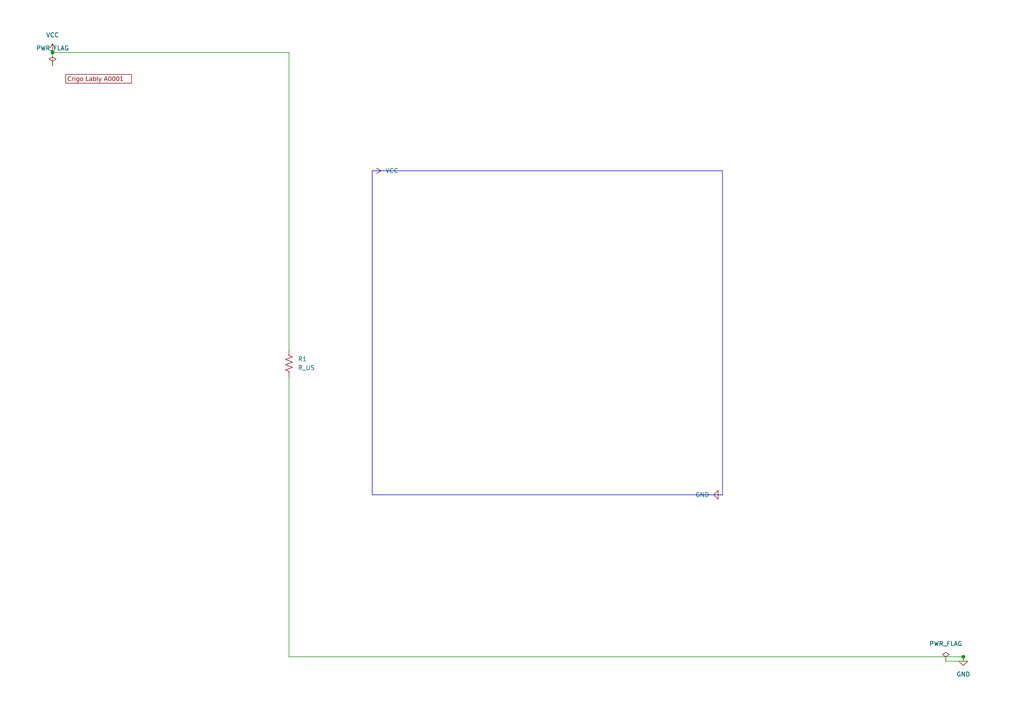
<source format=kicad_sch>
(kicad_sch (version 20250114) (generator "eeschema") (generator_version "9.0")
  (paper "A4")
  (lib_symbols
    (symbol "Device:R_US" (pin_numbers (hide yes)) (pin_names (offset 0))
      (property "Reference" "R" (at 2.54 0 90))
      (property "Value" "R_US" (at -2.54 0 90))
      (symbol "R_US_0_1"
        (polyline (pts (xy 0 2.286) (xy 0 2.54)))
        (polyline (pts (xy 0 2.286) (xy 1.016 1.905) (xy 0 1.524) (xy -1.016 1.143) (xy 0 0.762)))
        (polyline (pts (xy 0 0.762) (xy 1.016 0.381) (xy 0 0) (xy -1.016 -0.381) (xy 0 -0.762)))
        (polyline (pts (xy 0 -0.762) (xy 1.016 -1.143) (xy 0 -1.524) (xy -1.016 -1.905) (xy 0 -2.286)))
        (polyline (pts (xy 0 -2.286) (xy 0 -2.54)))
      )
      (symbol "R_US_1_1"
        (pin passive line (at 0 3.81 270) (length 1.27) (name "~") (number "1"))
        (pin passive line (at 0 -3.81 90) (length 1.27) (name "~") (number "2"))
      )
    )
    (symbol "power:GND" (power) (pin_numbers (hide yes)) (pin_names (offset 0) (hide yes))
      (property "Value" "GND" (at 0 -3.81 0))
      (symbol "GND_0_1"
        (polyline (pts (xy 0 0) (xy 0 -1.27) (xy 1.27 -1.27) (xy 0 -2.54) (xy -1.27 -1.27) (xy 0 -1.27)))
      )
      (symbol "GND_1_1"
        (pin power_in line (at 0 0 270) (length 0) (name "~") (number "1"))
      )
    )
    (symbol "power:PWR_FLAG" (power) (pin_numbers (hide yes)) (pin_names (offset 0) (hide yes))
      (property "Value" "PWR_FLAG" (at 0 3.81 0))
      (symbol "PWR_FLAG_0_0"
        (pin power_out line (at 0 0 90) (length 0) (name "~") (number "1"))
      )
      (symbol "PWR_FLAG_0_1"
        (polyline (pts (xy 0 0) (xy 0 1.27) (xy -1.016 1.905) (xy 0 2.54) (xy 1.016 1.905) (xy 0 1.27)))
      )
    )
    (symbol "power:VCC" (power) (pin_numbers (hide yes)) (pin_names (offset 0) (hide yes))
      (property "Value" "VCC" (at 0 3.556 0))
      (symbol "VCC_0_1"
        (polyline (pts (xy -0.762 1.27) (xy 0 2.54)))
        (polyline (pts (xy 0 2.54) (xy 0.762 1.27)))
        (polyline (pts (xy 0 0) (xy 0 2.54)))
      )
      (symbol "VCC_1_1"
        (pin power_in line (at 0 0 90) (length 0) (name "~") (number "1"))
      )
    )
  )
  (rectangle (start 107.95 49.53) (end 209.55 143.51))
  (junction (at 15.24 15.24))
  (junction (at 279.4 190.5))
  (wire (pts (xy 83.82 190.5) (xy 279.4 190.5)))
  (wire (pts (xy 83.82 109.22) (xy 83.82 190.5)))
  (wire (pts (xy 83.82 15.24) (xy 15.24 15.24)))
  (wire (pts (xy 274.32 191.77) (xy 279.4 191.77)))
  (wire (pts (xy 83.82 101.6) (xy 83.82 15.24)))
  (wire (pts (xy 15.24 15.24) (xy 15.24 19.05)))
  (wire (pts (xy 279.4 191.77) (xy 279.4 190.5)))
  (global_label "Crigo Lably A0001" (shape passive) (at 19.05 22.86 0) (property "Intersheetrefs" "${INTERSHEET_REFS}" (effects (hide yes))))
  (symbol (lib_id "power:VCC") (at 15.24 15.24 0) (unit 1)
    (property "Reference" "#PWR02" (effects (hide yes)))
    (property "Value" "VCC" (at 15.24 10.16 0))
    (property "Description" "Power symbol creates a global label with name \"VCC\"" (effects (hide yes)))
  )
  (symbol (lib_id "power:GND") (at 209.55 143.51 270) (mirror x) (unit 1)
    (property "Reference" "#PWR04" (effects (hide yes)))
    (property "Value" "GND" (at 205.74 143.5099 90) (effects (justify right)))
    (property "Description" "Power symbol creates a global label with name \"GND\" , ground" (effects (hide yes)))
  )
  (symbol (lib_id "power:PWR_FLAG") (at 15.24 19.05 0) (unit 1)
    (property "Reference" "#FLG01" (effects (hide yes)))
    (property "Value" "PWR_FLAG" (at 15.24 13.97 0))
    (property "Description" "Special symbol for telling ERC where power comes from" (effects (hide yes)))
  )
  (symbol (lib_id "power:GND") (at 279.4 190.5 0) (unit 1)
    (property "Reference" "#PWR01" (effects (hide yes)))
    (property "Value" "GND" (at 279.4 195.58 0))
    (property "Description" "Power symbol creates a global label with name \"GND\" , ground" (effects (hide yes)))
  )
  (symbol (lib_id "power:PWR_FLAG") (at 274.32 191.77 0) (unit 1)
    (property "Reference" "#FLG02" (effects (hide yes)))
    (property "Value" "PWR_FLAG" (at 274.32 186.69 0))
    (property "Description" "Special symbol for telling ERC where power comes from" (effects (hide yes)))
  )
  (symbol (lib_id "Device:R_US") (at 83.82 105.41 0) (unit 1)
    (property "Reference" "R1" (at 86.36 104.1399 0) (effects (justify left)))
    (property "Value" "R_US" (at 86.36 106.6799 0) (effects (justify left)))
    (property "Description" "Resistor, US symbol" (effects (hide yes)))
  )
  (symbol (lib_id "power:VCC") (at 107.95 49.53 270) (unit 1)
    (property "Reference" "#PWR03" (effects (hide yes)))
    (property "Value" "VCC" (at 111.76 49.5299 90) (effects (justify left)))
    (property "Description" "Power symbol creates a global label with name \"VCC\"" (effects (hide yes)))
  )
)
</source>
